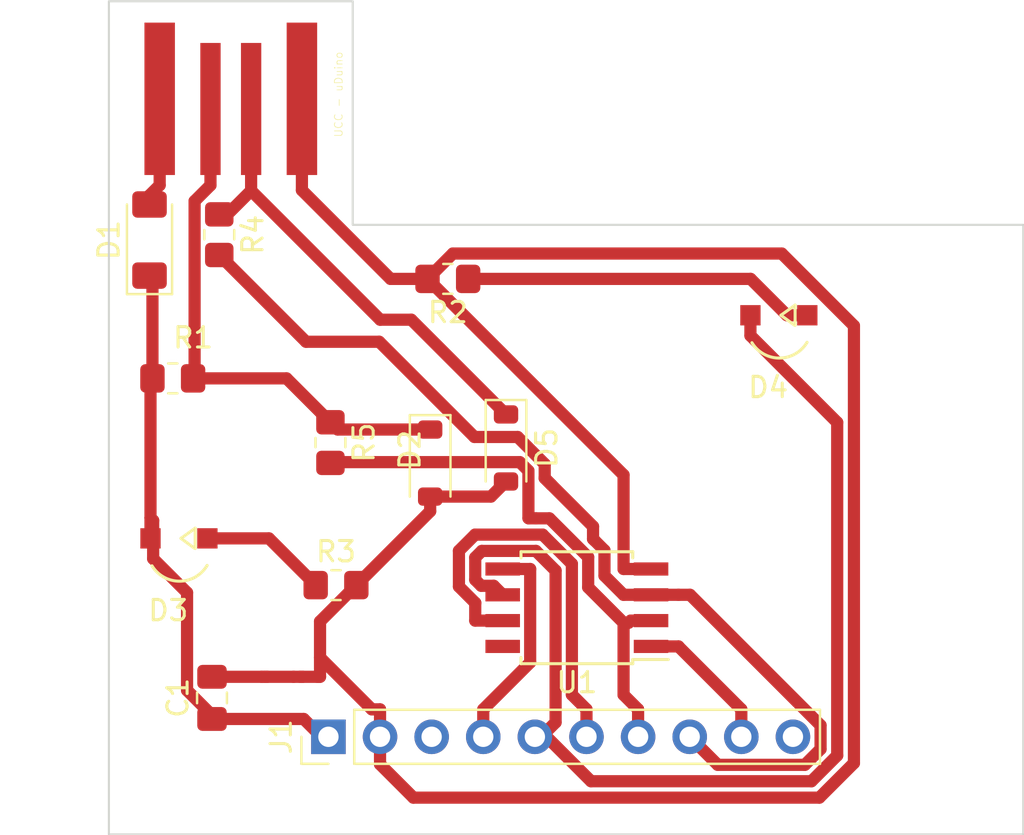
<source format=kicad_pcb>
(kicad_pcb (version 20241229) (generator "pcbnew") (generator_version "9.0")
  (layers (0 "F.Cu" signal) (2 "B.Cu" signal) (13 "F.Paste" user) (15 "B.Paste" user) (5 "F.SilkS" user "F.Silkscreen") (7 "B.SilkS" user "B.Silkscreen") (1 "F.Mask" user) (3 "B.Mask" user) (25 "Edge.Cuts" user))
  (net 0 "")
  (net 1 "GND")
  (net 2 "Net-(D1-A)")
  (net 3 "+5V")
  (net 4 "Net-(D2-K)")
  (net 5 "Net-(D3-K)")
  (net 6 "Net-(D4-K)")
  (net 7 "Net-(D4-A)")
  (net 8 "Net-(D5-K)")
  (net 9 "Net-(J1-Pin_4)")
  (net 10 "Net-(J1-Pin_7)")
  (net 12 "Net-(J1-Pin_6)")
  (net 13 "Net-(J1-Pin_9)")
  (net 14 "Net-(J1-Pin_8)")
  (footprint "Resistor_SMD:R_0805_2012Metric_Pad1.20x1.40mm_HandSolder" (layer "F.Cu") (at 174.6811 117.6616 180)
    (property "Reference" "R2" (at 0 -1.65 0) (layer "F.SilkS"))
    (property "Value" "330 ohms 5% 1/8W")
    (fp_line (start -0.227064 0.735) (end 0.227064 0.735) (stroke (width 0.12)) (layer "F.SilkS"))
    (fp_line (start -0.227064 -0.735) (end 0.227064 -0.735) (stroke (width 0.12)) (layer "F.SilkS"))
    (pad "1" smd roundrect (at -1 0 180) (size 1.2 1.4) (layers "F.Cu" "F.Mask" "F.Paste") (roundrect_rratio 0.208333) (net 6 "Net-(D4-K)"))
    (pad "2" smd roundrect (at 1 0 180) (size 1.2 1.4) (layers "F.Cu" "F.Mask" "F.Paste") (roundrect_rratio 0.208333) (net 1 "GND"))
  )
  (footprint "Package_SO:SOIC-8W_5.3x5.3mm_P1.27mm" (layer "F.Cu") (at 181.0311 133.8434 180)
    (property "Reference" "U1" (at 0 -3.68 0) (layer "F.SilkS"))
    (property "Value" "ATtiny85-20S")
    (fp_line (start 2.75 2.755) (end 2.75 2.455) (stroke (width 0.15)) (layer "F.SilkS"))
    (fp_line (start 2.75 -2.755) (end 2.75 -2.455) (stroke (width 0.15)) (layer "F.SilkS"))
    (fp_line (start -2.75 2.755) (end 2.75 2.755) (stroke (width 0.15)) (layer "F.SilkS"))
    (fp_line (start -2.75 2.755) (end -2.75 2.455) (stroke (width 0.15)) (layer "F.SilkS"))
    (fp_line (start -2.75 -2.55) (end -4.5 -2.55) (stroke (width 0.15)) (layer "F.SilkS"))
    (fp_line (start -2.75 -2.755) (end 2.75 -2.755) (stroke (width 0.15)) (layer "F.SilkS"))
    (fp_line (start -2.75 -2.755) (end -2.75 -2.55) (stroke (width 0.15)) (layer "F.SilkS"))
    (pad "1" smd rect (at -3.65 -1.905 180) (size 1.7 0.65) (layers "F.Cu" "F.Mask" "F.Paste") (net 13 "Net-(J1-Pin_9)"))
    (pad "2" smd rect (at -3.65 -0.635 180) (size 1.7 0.65) (layers "F.Cu" "F.Mask" "F.Paste") (net 10 "Net-(J1-Pin_7)"))
    (pad "3" smd rect (at -3.65 0.635 180) (size 1.7 0.65) (layers "F.Cu" "F.Mask" "F.Paste") (net 14 "Net-(J1-Pin_8)"))
    (pad "4" smd rect (at -3.65 1.905 180) (size 1.7 0.65) (layers "F.Cu" "F.Mask" "F.Paste") (net 1 "GND"))
    (pad "5" smd rect (at 3.65 1.905 180) (size 1.7 0.65) (layers "F.Cu" "F.Mask" "F.Paste") (net 9 "Net-(J1-Pin_4)"))
    (pad "6" smd rect (at 3.65 0.635 180) (size 1.7 0.65) (layers "F.Cu" "F.Mask" "F.Paste") (net 7 "Net-(D4-A)"))
    (pad "7" smd rect (at 3.65 -0.635 180) (size 1.7 0.65) (layers "F.Cu" "F.Mask" "F.Paste") (net 12 "Net-(J1-Pin_6)"))
    (pad "8" smd rect (at 3.65 -1.905 180) (size 1.7 0.65) (layers "F.Cu" "F.Mask" "F.Paste") (net 3 "+5V"))
  )
  (footprint "ledSmd:ledSMD" (layer "F.Cu") (at 161.0483 130.431 180)
    (property "Reference" "D3" (at 0.125 -3.55 0) (layer "F.SilkS"))
    (property "Value" "red led")
    (fp_line (start -0.5 0) (end -1.2 0.5) (stroke (width 0.15)) (layer "F.SilkS"))
    (fp_line (start -1.15 -0.475) (end -0.5 0) (stroke (width 0.15)) (layer "F.SilkS"))
    (fp_line (start -1.2 0.5) (end -1.2 -0.5) (stroke (width 0.15)) (layer "F.SilkS"))
    (fp_arc (start -1.786089 -1.331572) (mid -0.435753 -2.107089) (end 0.924999 -1.349999) (stroke (width 0.15)) (layer "F.SilkS"))
    (pad "1" smd rect (at -1.8 0 180) (size 1 1) (layers "F.Cu" "F.Mask" "F.Paste") (net 5 "Net-(D3-K)"))
    (pad "2" smd rect (at 1 0 180) (size 1 1) (layers "F.Cu" "F.Mask" "F.Paste") (net 3 "+5V"))
  )
  (footprint "embeddedPcbUsb:USB_A_UCC" (layer "F.Cu") (at 164 109 -90)
    (property "Reference" "J2" (hide yes))
    (property "Value" "PCB USB Type A" (hide yes))
    (fp_text user "UCC - uDuino" (at -2.54 -5.08 90) (layer "F.SilkS") (effects (font (size 0.38608 0.38608) (thickness 0.032512)) (justify right top)))
    (pad "1" smd rect (at -0.2 3.5 270) (size 7.5 1.5) (layers "F.Cu" "F.Mask" "F.Paste") (net 2 "Net-(D1-A)"))
    (pad "2" smd rect (at 0.3 1 270) (size 6.5 1) (layers "F.Cu" "F.Mask" "F.Paste") (net 4 "Net-(D2-K)"))
    (pad "3" smd rect (at 0.3 -1 270) (size 6.5 1) (layers "F.Cu" "F.Mask" "F.Paste") (net 8 "Net-(D5-K)"))
    (pad "4" smd rect (at -0.2 -3.5 270) (size 7.5 1.5) (layers "F.Cu" "F.Mask" "F.Paste") (net 1 "GND"))
  )
  (footprint "ledSmd:ledSMD" (layer "F.Cu") (at 190.5718 119.4511 180)
    (property "Reference" "D4" (at 0.125 -3.55 0) (layer "F.SilkS"))
    (property "Value" "led green")
    (fp_line (start -0.5 0) (end -1.2 0.5) (stroke (width 0.15)) (layer "F.SilkS"))
    (fp_line (start -1.15 -0.475) (end -0.5 0) (stroke (width 0.15)) (layer "F.SilkS"))
    (fp_line (start -1.2 0.5) (end -1.2 -0.5) (stroke (width 0.15)) (layer "F.SilkS"))
    (fp_arc (start -1.786089 -1.331572) (mid -0.435753 -2.107089) (end 0.924999 -1.349999) (stroke (width 0.15)) (layer "F.SilkS"))
    (pad "1" smd rect (at -1.8 0 180) (size 1 1) (layers "F.Cu" "F.Mask" "F.Paste") (net 6 "Net-(D4-K)"))
    (pad "2" smd rect (at 1 0 180) (size 1 1) (layers "F.Cu" "F.Mask" "F.Paste") (net 7 "Net-(D4-A)"))
  )
  (footprint "Diode_SMD:D_SOD-123" (layer "F.Cu") (at 177.5444 125.9818 -90)
    (property "Reference" "D5" (at 0 -2 90) (layer "F.SilkS"))
    (property "Value" "3.6V 1/2mW")
    (fp_line (start -2.36 1) (end 1.65 1) (stroke (width 0.12)) (layer "F.SilkS"))
    (fp_line (start -2.36 -1) (end -2.36 1) (stroke (width 0.12)) (layer "F.SilkS"))
    (fp_line (start -2.36 -1) (end 1.65 -1) (stroke (width 0.12)) (layer "F.SilkS"))
    (pad "1" smd roundrect (at -1.65 0 270) (size 0.9 1.2) (layers "F.Cu" "F.Mask" "F.Paste") (net 8 "Net-(D5-K)"))
    (pad "2" smd roundrect (at 1.65 0 270) (size 0.9 1.2) (layers "F.Cu" "F.Mask" "F.Paste") (net 1 "GND"))
  )
  (footprint "Capacitor_SMD:C_0805_2012Metric_Pad1.18x1.45mm_HandSolder" (layer "F.Cu") (at 163.0748 138.2815 90)
    (property "Reference" "C1" (at 0 -1.68 90) (layer "F.SilkS"))
    (property "Value" "0.1 u")
    (fp_line (start -0.261252 -0.735) (end 0.261252 -0.735) (stroke (width 0.12)) (layer "F.SilkS"))
    (fp_line (start -0.261252 0.735) (end 0.261252 0.735) (stroke (width 0.12)) (layer "F.SilkS"))
    (pad "1" smd roundrect (at -1.0375 0 90) (size 1.175 1.45) (layers "F.Cu" "F.Mask" "F.Paste") (roundrect_rratio 0.212766) (net 3 "+5V"))
    (pad "2" smd roundrect (at 1.0375 0 90) (size 1.175 1.45) (layers "F.Cu" "F.Mask" "F.Paste") (roundrect_rratio 0.212766) (net 1 "GND"))
  )
  (footprint "Connector_PinHeader_2.54mm:PinHeader_1x10_P2.54mm_Vertical" (layer "F.Cu") (at 168.8044 140.1967 90)
    (property "Reference" "J1" (at 0 -2.33 90) (layer "F.SilkS"))
    (property "Value" "header")
    (fp_line (start -1.33 -1.33) (end 0 -1.33) (stroke (width 0.12)) (layer "F.SilkS"))
    (fp_line (start -1.33 0) (end -1.33 -1.33) (stroke (width 0.12)) (layer "F.SilkS"))
    (fp_line (start 1.33 1.27) (end 1.33 24.19) (stroke (width 0.12)) (layer "F.SilkS"))
    (fp_line (start -1.33 1.27) (end 1.33 1.27) (stroke (width 0.12)) (layer "F.SilkS"))
    (fp_line (start -1.33 1.27) (end -1.33 24.19) (stroke (width 0.12)) (layer "F.SilkS"))
    (fp_line (start -1.33 24.19) (end 1.33 24.19) (stroke (width 0.12)) (layer "F.SilkS"))
    (pad "1" thru_hole rect (at 0 0 90) (size 1.7 1.7) (drill 1) (layers "*.Cu" "*.Mask") (net 3 "+5V"))
    (pad "2" thru_hole oval (at 0 2.54 90) (size 1.7 1.7) (drill 1) (layers "*.Cu" "*.Mask") (net 1 "GND"))
    (pad "3" thru_hole oval (at 0 5.08 90) (size 1.7 1.7) (drill 1) (layers "*.Cu" "*.Mask"))
    (pad "4" thru_hole oval (at 0 7.62 90) (size 1.7 1.7) (drill 1) (layers "*.Cu" "*.Mask") (net 9 "Net-(J1-Pin_4)"))
    (pad "5" thru_hole oval (at 0 10.16 90) (size 1.7 1.7) (drill 1) (layers "*.Cu" "*.Mask") (net 7 "Net-(D4-A)"))
    (pad "6" thru_hole oval (at 0 12.7 90) (size 1.7 1.7) (drill 1) (layers "*.Cu" "*.Mask") (net 12 "Net-(J1-Pin_6)"))
    (pad "7" thru_hole oval (at 0 15.24 90) (size 1.7 1.7) (drill 1) (layers "*.Cu" "*.Mask") (net 10 "Net-(J1-Pin_7)"))
    (pad "8" thru_hole oval (at 0 17.78 90) (size 1.7 1.7) (drill 1) (layers "*.Cu" "*.Mask") (net 14 "Net-(J1-Pin_8)"))
    (pad "9" thru_hole oval (at 0 20.32 90) (size 1.7 1.7) (drill 1) (layers "*.Cu" "*.Mask") (net 13 "Net-(J1-Pin_9)"))
    (pad "10" thru_hole oval (at 0 22.86 90) (size 1.7 1.7) (drill 1) (layers "*.Cu" "*.Mask"))
  )
  (footprint "Resistor_SMD:R_0805_2012Metric_Pad1.20x1.40mm_HandSolder" (layer "F.Cu") (at 169.1779 132.7318)
    (property "Reference" "R3" (at 0 -1.65 0) (layer "F.SilkS"))
    (property "Value" "330 ohms 5% 1/8W")
    (fp_line (start -0.227064 -0.735) (end 0.227064 -0.735) (stroke (width 0.12)) (layer "F.SilkS"))
    (fp_line (start -0.227064 0.735) (end 0.227064 0.735) (stroke (width 0.12)) (layer "F.SilkS"))
    (pad "1" smd roundrect (at -1 0) (size 1.2 1.4) (layers "F.Cu" "F.Mask" "F.Paste") (roundrect_rratio 0.208333) (net 5 "Net-(D3-K)"))
    (pad "2" smd roundrect (at 1 0) (size 1.2 1.4) (layers "F.Cu" "F.Mask" "F.Paste") (roundrect_rratio 0.208333) (net 1 "GND"))
  )
  (footprint "Diode_SMD:D_MiniMELF" (layer "F.Cu") (at 160 115.75 90)
    (property "Reference" "D1" (at 0 -2 90) (layer "F.SilkS"))
    (property "Value" "PMLL4148L")
    (fp_line (start 1.75 -1.11) (end -2.66 -1.11) (stroke (width 0.12)) (layer "F.SilkS"))
    (fp_line (start -2.66 -1.11) (end -2.66 1.11) (stroke (width 0.12)) (layer "F.SilkS"))
    (fp_line (start -2.66 1.11) (end 1.75 1.11) (stroke (width 0.12)) (layer "F.SilkS"))
    (pad "1" smd roundrect (at -1.75 0 90) (size 1.3 1.7) (layers "F.Cu" "F.Mask" "F.Paste") (roundrect_rratio 0.1923076923) (net 3 "+5V"))
    (pad "2" smd roundrect (at 1.75 0 90) (size 1.3 1.7) (layers "F.Cu" "F.Mask" "F.Paste") (roundrect_rratio 0.1923076923) (net 2 "Net-(D1-A)"))
  )
  (footprint "Resistor_SMD:R_0805_2012Metric_Pad1.20x1.40mm_HandSolder" (layer "F.Cu") (at 168.9035 125.7174 -90)
    (property "Reference" "R5" (at 0 -1.65 90) (layer "F.SilkS"))
    (property "Value" "68 ohms 5% 1/8W")
    (fp_line (start -0.227064 0.735) (end 0.227064 0.735) (stroke (width 0.12)) (layer "F.SilkS"))
    (fp_line (start -0.227064 -0.735) (end 0.227064 -0.735) (stroke (width 0.12)) (layer "F.SilkS"))
    (pad "1" smd roundrect (at -1 0 270) (size 1.2 1.4) (layers "F.Cu" "F.Mask" "F.Paste") (roundrect_rratio 0.208333) (net 4 "Net-(D2-K)"))
    (pad "2" smd roundrect (at 1 0 270) (size 1.2 1.4) (layers "F.Cu" "F.Mask" "F.Paste") (roundrect_rratio 0.208333) (net 10 "Net-(J1-Pin_7)"))
  )
  (footprint "Diode_SMD:D_SOD-123" (layer "F.Cu") (at 173.8119 126.7253 -90)
    (property "Reference" "D2" (at -0.65 1 90) (layer "F.SilkS"))
    (property "Value" "3.6V 1/2mW")
    (fp_line (start -2.36 1) (end 1.65 1) (stroke (width 0.12)) (layer "F.SilkS"))
    (fp_line (start -2.36 -1) (end -2.36 1) (stroke (width 0.12)) (layer "F.SilkS"))
    (fp_line (start -2.36 -1) (end 1.65 -1) (stroke (width 0.12)) (layer "F.SilkS"))
    (pad "1" smd roundrect (at -1.65 0 270) (size 0.9 1.2) (layers "F.Cu" "F.Mask" "F.Paste") (net 4 "Net-(D2-K)"))
    (pad "2" smd roundrect (at 1.65 0 270) (size 0.9 1.2) (layers "F.Cu" "F.Mask" "F.Paste") (net 1 "GND"))
  )
  (footprint "Resistor_SMD:R_0805_2012Metric_Pad1.20x1.40mm_HandSolder" (layer "F.Cu") (at 161.1446 122.5571)
    (property "Reference" "R1" (at 1 -2 0) (layer "F.SilkS"))
    (property "Value" "1.5k ohms 5% 1/8W")
    (fp_line (start -0.227064 -0.735) (end 0.227064 -0.735) (stroke (width 0.12)) (layer "F.SilkS"))
    (fp_line (start -0.227064 0.735) (end 0.227064 0.735) (stroke (width 0.12)) (layer "F.SilkS"))
    (pad "1" smd roundrect (at -1 0) (size 1.2 1.4) (layers "F.Cu" "F.Mask" "F.Paste") (roundrect_rratio 0.208333) (net 3 "+5V"))
    (pad "2" smd roundrect (at 1 0) (size 1.2 1.4) (layers "F.Cu" "F.Mask" "F.Paste") (roundrect_rratio 0.208333) (net 4 "Net-(D2-K)"))
  )
  (footprint "Resistor_SMD:R_0805_2012Metric_Pad1.20x1.40mm_HandSolder" (layer "F.Cu") (at 163.4327 115.4856 -90)
    (property "Reference" "R4" (at 0 -1.65 90) (layer "F.SilkS"))
    (property "Value" "68 ohms 5% 1/8W")
    (fp_line (start -0.227064 0.735) (end 0.227064 0.735) (stroke (width 0.12)) (layer "F.SilkS"))
    (fp_line (start -0.227064 -0.735) (end 0.227064 -0.735) (stroke (width 0.12)) (layer "F.SilkS"))
    (pad "1" smd roundrect (at -1 0 270) (size 1.2 1.4) (layers "F.Cu" "F.Mask" "F.Paste") (roundrect_rratio 0.208333) (net 8 "Net-(D5-K)"))
    (pad "2" smd roundrect (at 1 0 270) (size 1.2 1.4) (layers "F.Cu" "F.Mask" "F.Paste") (roundrect_rratio 0.208333) (net 14 "Net-(J1-Pin_8)"))
  )
  (gr_poly (pts (xy 170 115) (xy 170 104) (xy 158 104) (xy 158 145) (xy 203 145) (xy 203 115)) (stroke (width 0.1)) (fill no) (layer "Edge.Cuts"))
  (segment (start 171.3444 140.1967) (end 171.3444 138.845) (width 0.6) (layer "F.Cu") (net 1))
  (segment (start 192.965 143.191) (end 194.6665 141.4895) (width 0.6) (layer "F.Cu") (net 1))
  (segment (start 173.8119 129.0978) (end 173.8119 128.3753) (width 0.6) (layer "F.Cu") (net 1))
  (segment (start 171.3444 140.7949) (end 171.3444 140.4958) (width 0.6) (layer "F.Cu") (net 1))
  (segment (start 171.3444 141.5484) (end 172.987 143.191) (width 0.6) (layer "F.Cu") (net 1))
  (segment (start 168.3917 136.2962) (end 168.3917 134.518) (width 0.6) (layer "F.Cu") (net 1))
  (segment (start 174.9296 116.4131) (end 173.6811 117.6616) (width 0.6) (layer "F.Cu") (net 1))
  (segment (start 173.8119 128.3753) (end 176.8009 128.3753) (width 0.6) (layer "F.Cu") (net 1))
  (segment (start 184.5838 131.9384) (end 184.6811 131.9384) (width 0.6) (layer "F.Cu") (net 1))
  (segment (start 171.3444 140.1968) (end 171.3444 140.1967) (width 0.6) (layer "F.Cu") (net 1))
  (segment (start 173.6811 117.6616) (end 171.862 117.6616) (width 0.6) (layer "F.Cu") (net 1))
  (segment (start 171.862 117.6616) (end 167.5 113.2996) (width 0.6) (layer "F.Cu") (net 1))
  (segment (start 194.6665 141.4895) (end 194.6665 119.9671) (width 0.6) (layer "F.Cu") (net 1))
  (segment (start 167.5402 137.244) (end 167.416 137.244) (width 0.6) (layer "F.Cu") (net 1))
  (segment (start 176.8009 128.3753) (end 177.5444 127.6318) (width 0.6) (layer "F.Cu") (net 1))
  (segment (start 194.6665 119.9671) (end 191.1125 116.4131) (width 0.6) (layer "F.Cu") (net 1))
  (segment (start 191.1125 116.4131) (end 174.9296 116.4131) (width 0.6) (layer "F.Cu") (net 1))
  (segment (start 165.5203 137.244) (end 165.6657 137.244) (width 0.6) (layer "F.Cu") (net 1))
  (segment (start 168.2613 137.244) (end 167.5402 137.244) (width 0.6) (layer "F.Cu") (net 1))
  (segment (start 163.0748 137.244) (end 165.5203 137.244) (width 0.6) (layer "F.Cu") (net 1))
  (segment (start 172.987 143.191) (end 192.965 143.191) (width 0.6) (layer "F.Cu") (net 1))
  (segment (start 171.3444 140.3462) (end 171.3444 140.2714) (width 0.6) (layer "F.Cu") (net 1))
  (segment (start 171.3444 140.7949) (end 171.3444 141.5484) (width 0.6) (layer "F.Cu") (net 1))
  (segment (start 170.1779 132.7318) (end 173.8119 129.0978) (width 0.6) (layer "F.Cu") (net 1))
  (segment (start 184.5838 131.9384) (end 183.3294 131.9384) (width 0.6) (layer "F.Cu") (net 1))
  (segment (start 170.9405 138.845) (end 171.3444 138.845) (width 0.6) (layer "F.Cu") (net 1))
  (segment (start 183.3294 127.3099) (end 173.6811 117.6616) (width 0.6) (layer "F.Cu") (net 1))
  (segment (start 168.3917 134.518) (end 170.1779 132.7318) (width 0.6) (layer "F.Cu") (net 1))
  (segment (start 171.3444 140.4958) (end 171.3444 140.3462) (width 0.6) (layer "F.Cu") (net 1))
  (segment (start 168.3917 136.2962) (end 170.9405 138.845) (width 0.6) (layer "F.Cu") (net 1))
  (segment (start 171.3444 140.2714) (end 171.3444 140.1968) (width 0.6) (layer "F.Cu") (net 1))
  (segment (start 167.0908 137.244) (end 165.7899 137.244) (width 0.6) (layer "F.Cu") (net 1))
  (segment (start 183.3294 131.9384) (end 183.3294 127.3099) (width 0.6) (layer "F.Cu") (net 1))
  (segment (start 168.3917 137.244) (end 168.2613 137.244) (width 0.6) (layer "F.Cu") (net 1))
  (segment (start 167.5 113.2996) (end 167.5 108.8) (width 0.6) (layer "F.Cu") (net 1))
  (segment (start 165.7899 137.244) (end 165.6657 137.244) (width 0.6) (layer "F.Cu") (net 1))
  (segment (start 167.0908 137.244) (end 167.416 137.244) (width 0.6) (layer "F.Cu") (net 1))
  (segment (start 168.3917 137.244) (end 168.3917 136.2962) (width 0.6) (layer "F.Cu") (net 1))
  (segment (start 160 113.5517) (end 160 114) (width 0.6) (layer "F.Cu") (net 2))
  (segment (start 160.5 113.0517) (end 160 113.5517) (width 0.6) (layer "F.Cu") (net 2))
  (segment (start 160.5 108.8) (end 160.5 113.0517) (width 0.6) (layer "F.Cu") (net 2))
  (segment (start 160.1446 117.6446) (end 160 117.5) (width 0.6) (layer "F.Cu") (net 3))
  (segment (start 167.5888 139.319) (end 168.4665 140.1967) (width 0.6) (layer "F.Cu") (net 3))
  (segment (start 163.0748 139.319) (end 163.3726 139.319) (width 0.6) (layer "F.Cu") (net 3))
  (segment (start 163.3726 139.319) (end 167.5888 139.319) (width 0.6) (layer "F.Cu") (net 3))
  (segment (start 160.1792 129.5508) (end 160.1792 131.4312) (width 0.6) (layer "F.Cu") (net 3))
  (segment (start 168.8044 140.1967) (end 168.4665 140.1967) (width 0.6) (layer "F.Cu") (net 3))
  (segment (start 160.0483 129.42) (end 160.0484 129.42) (width 0.6) (layer "F.Cu") (net 3))
  (segment (start 160.0484 122.6533) (end 160.0484 129.42) (width 0.6) (layer "F.Cu") (net 3))
  (segment (start 161.8471 133.0991) (end 161.8471 137.9087) (width 0.6) (layer "F.Cu") (net 3))
  (segment (start 160.1792 131.4312) (end 161.8471 133.0991) (width 0.6) (layer "F.Cu") (net 3))
  (segment (start 163.2574 139.319) (end 163.3726 139.319) (width 0.6) (layer "F.Cu") (net 3))
  (segment (start 160.0483 130.431) (end 160.0483 129.42) (width 0.6) (layer "F.Cu") (net 3))
  (segment (start 160.1446 122.5571) (end 160.0484 122.6533) (width 0.6) (layer "F.Cu") (net 3))
  (segment (start 160.1446 122.5571) (end 160.1446 117.6446) (width 0.6) (layer "F.Cu") (net 3))
  (segment (start 161.8471 137.9087) (end 163.2574 139.319) (width 0.6) (layer "F.Cu") (net 3))
  (segment (start 160.0484 129.42) (end 160.1792 129.5508) (width 0.6) (layer "F.Cu") (net 3))
  (segment (start 162.1446 122.5571) (end 162.2189 122.5571) (width 0.6) (layer "F.Cu") (net 4))
  (segment (start 166.7432 122.5571) (end 168.9035 124.7174) (width 0.6) (layer "F.Cu") (net 4))
  (segment (start 162.2189 122.5571) (end 166.7432 122.5571) (width 0.6) (layer "F.Cu") (net 4))
  (segment (start 173.8119 125.0753) (end 169.2614 125.0753) (width 0.6) (layer "F.Cu") (net 4))
  (segment (start 169.2614 125.0753) (end 168.9035 124.7174) (width 0.6) (layer "F.Cu") (net 4))
  (segment (start 163 109.3) (end 163 113.0517) (width 0.6) (layer "F.Cu") (net 4))
  (segment (start 162.2189 113.8328) (end 163 113.0517) (width 0.6) (layer "F.Cu") (net 4))
  (segment (start 162.2189 122.5571) (end 162.2189 113.8328) (width 0.6) (layer "F.Cu") (net 4))
  (segment (start 162.8483 130.431) (end 165.8771 130.431) (width 0.6) (layer "F.Cu") (net 5))
  (segment (start 165.8771 130.431) (end 168.1779 132.7318) (width 0.6) (layer "F.Cu") (net 5))
  (segment (start 192.3718 119.4511) (end 191.3701 119.4511) (width 0.6) (layer "F.Cu") (net 6))
  (segment (start 189.5806 117.6616) (end 175.6811 117.6616) (width 0.6) (layer "F.Cu") (net 6))
  (segment (start 191.3701 119.4511) (end 189.5806 117.6616) (width 0.6) (layer "F.Cu") (net 6))
  (segment (start 179.2744 140.1967) (end 178.9644 140.1967) (width 0.6) (layer "F.Cu") (net 7))
  (segment (start 176.0294 132.4713) (end 176.3232 132.7651) (width 0.6) (layer "F.Cu") (net 7))
  (segment (start 179.0146 131.0484) (end 176.3541 131.0484) (width 0.6) (layer "F.Cu") (net 7))
  (segment (start 179.4075 140.0636) (end 179.9844 139.4867) (width 0.6) (layer "F.Cu") (net 7))
  (segment (start 181.7273 142.3834) (end 179.4075 140.0636) (width 0.6) (layer "F.Cu") (net 7))
  (segment (start 192.576 142.3834) (end 181.7273 142.3834) (width 0.6) (layer "F.Cu") (net 7))
  (segment (start 193.8424 141.117) (end 192.576 142.3834) (width 0.6) (layer "F.Cu") (net 7))
  (segment (start 193.8424 124.7234) (end 193.8424 141.117) (width 0.6) (layer "F.Cu") (net 7))
  (segment (start 179.2744 140.1967) (end 179.4075 140.0636) (width 0.6) (layer "F.Cu") (net 7))
  (segment (start 179.9844 139.4867) (end 179.9844 132.0182) (width 0.6) (layer "F.Cu") (net 7))
  (segment (start 179.9844 132.0182) (end 179.0146 131.0484) (width 0.6) (layer "F.Cu") (net 7))
  (segment (start 176.3541 131.0484) (end 176.0294 131.3731) (width 0.6) (layer "F.Cu") (net 7))
  (segment (start 176.9378 132.7651) (end 177.3811 133.2084) (width 0.6) (layer "F.Cu") (net 7))
  (segment (start 189.5718 119.4511) (end 189.5718 120.4528) (width 0.6) (layer "F.Cu") (net 7))
  (segment (start 176.0294 131.3731) (end 176.0294 132.4713) (width 0.6) (layer "F.Cu") (net 7))
  (segment (start 176.3232 132.7651) (end 176.9378 132.7651) (width 0.6) (layer "F.Cu") (net 7))
  (segment (start 189.5718 120.4528) (end 193.8424 124.7234) (width 0.6) (layer "F.Cu") (net 7))
  (segment (start 171.3517 119.6708) (end 165 113.3191) (width 0.6) (layer "F.Cu") (net 8))
  (segment (start 177.5444 124.3318) (end 172.8834 119.6708) (width 0.6) (layer "F.Cu") (net 8))
  (segment (start 165 109.3) (end 165 113.3191) (width 0.6) (layer "F.Cu") (net 8))
  (segment (start 163.8335 114.4856) (end 163.4327 114.4856) (width 0.6) (layer "F.Cu") (net 8))
  (segment (start 172.8834 119.6708) (end 171.3517 119.6708) (width 0.6) (layer "F.Cu") (net 8))
  (segment (start 165 113.3191) (end 163.8335 114.4856) (width 0.6) (layer "F.Cu") (net 8))
  (segment (start 178.7328 131.9384) (end 178.7328 136.5366) (width 0.6) (layer "F.Cu") (net 9))
  (segment (start 177.3811 131.9384) (end 178.7328 131.9384) (width 0.6) (layer "F.Cu") (net 9))
  (segment (start 176.4244 140.1967) (end 176.4244 138.845) (width 0.6) (layer "F.Cu") (net 9))
  (segment (start 178.7328 136.5366) (end 176.4244 138.845) (width 0.6) (layer "F.Cu") (net 9))
  (segment (start 181.5878 132.8437) (end 181.5878 131.354) (width 0.6) (layer "F.Cu") (net 10))
  (segment (start 178.647 127.1054) (end 178.2208 126.6792) (width 0.6) (layer "F.Cu") (net 10))
  (segment (start 178.647 129.4333) (end 178.647 127.1054) (width 0.6) (layer "F.Cu") (net 10))
  (segment (start 183.3294 138.13) (end 184.0444 138.845) (width 0.6) (layer "F.Cu") (net 10))
  (segment (start 179.0146 129.445) (end 178.6587 129.445) (width 0.6) (layer "F.Cu") (net 10))
  (segment (start 184.6811 134.4784) (end 183.6816 134.4784) (width 0.6) (layer "F.Cu") (net 10))
  (segment (start 178.2208 126.6792) (end 168.9417 126.6792) (width 0.6) (layer "F.Cu") (net 10))
  (segment (start 183.3294 134.5853) (end 183.3294 138.13) (width 0.6) (layer "F.Cu") (net 10))
  (segment (start 183.6816 134.4784) (end 183.5747 134.5853) (width 0.6) (layer "F.Cu") (net 10))
  (segment (start 178.6587 129.445) (end 178.647 129.4333) (width 0.6) (layer "F.Cu") (net 10))
  (segment (start 183.5747 134.5853) (end 183.3294 134.5853) (width 0.6) (layer "F.Cu") (net 10))
  (segment (start 184.0444 140.1967) (end 184.0444 138.845) (width 0.6) (layer "F.Cu") (net 10))
  (segment (start 179.6788 129.445) (end 179.0146 129.445) (width 0.6) (layer "F.Cu") (net 10))
  (segment (start 168.9417 126.6792) (end 168.9035 126.7174) (width 0.6) (layer "F.Cu") (net 10))
  (segment (start 181.5878 131.354) (end 179.6788 129.445) (width 0.6) (layer "F.Cu") (net 10))
  (segment (start 183.3294 134.5853) (end 181.5878 132.8437) (width 0.6) (layer "F.Cu") (net 10))
  (segment (start 181.5044 140.1967) (end 181.5044 138.845) (width 0.6) (layer "F.Cu") (net 12))
  (segment (start 181.5044 138.845) (end 180.7861 138.1267) (width 0.6) (layer "F.Cu") (net 12))
  (segment (start 176.022 130.2467) (end 175.2277 131.041) (width 0.6) (layer "F.Cu") (net 12))
  (segment (start 176.0294 133.605) (end 176.0294 134.4784) (width 0.6) (layer "F.Cu") (net 12))
  (segment (start 179.3467 130.2467) (end 176.022 130.2467) (width 0.6) (layer "F.Cu") (net 12))
  (segment (start 175.2277 131.041) (end 175.2277 132.8034) (width 0.6) (layer "F.Cu") (net 12))
  (segment (start 180.7861 131.6861) (end 179.3467 130.2467) (width 0.6) (layer "F.Cu") (net 12))
  (segment (start 180.7861 138.1267) (end 180.7861 131.6861) (width 0.6) (layer "F.Cu") (net 12))
  (segment (start 176.0293 133.605) (end 176.0294 133.605) (width 0.6) (layer "F.Cu") (net 12))
  (segment (start 177.3811 134.4784) (end 176.0294 134.4784) (width 0.6) (layer "F.Cu") (net 12))
  (segment (start 175.2277 132.8034) (end 176.0293 133.605) (width 0.6) (layer "F.Cu") (net 12))
  (segment (start 189.1244 140.1967) (end 189.1244 138.845) (width 0.6) (layer "F.Cu") (net 13))
  (segment (start 186.0328 135.7484) (end 186.0328 135.7534) (width 0.6) (layer "F.Cu") (net 13))
  (segment (start 186.0328 135.7534) (end 189.1244 138.845) (width 0.6) (layer "F.Cu") (net 13))
  (segment (start 184.6811 135.7484) (end 186.0328 135.7484) (width 0.6) (layer "F.Cu") (net 13))
  (segment (start 181.8268 130.4592) (end 181.8268 129.8444) (width 0.6) (layer "F.Cu") (net 14))
  (segment (start 167.7026 120.7555) (end 163.4327 116.4856) (width 0.6) (layer "F.Cu") (net 14))
  (segment (start 171.3047 120.7555) (end 167.7026 120.7555) (width 0.6) (layer "F.Cu") (net 14))
  (segment (start 186.0328 133.2084) (end 186.6004 133.2084) (width 0.6) (layer "F.Cu") (net 14))
  (segment (start 193.0236 140.802) (end 192.2501 141.5755) (width 0.6) (layer "F.Cu") (net 14))
  (segment (start 182.3895 132.2685) (end 182.3895 131.0219) (width 0.6) (layer "F.Cu") (net 14))
  (segment (start 181.871 130.5034) (end 181.8268 130.4592) (width 0.6) (layer "F.Cu") (net 14))
  (segment (start 187.9632 141.5755) (end 186.5844 140.1967) (width 0.6) (layer "F.Cu") (net 14))
  (segment (start 179.4487 126.7733) (end 178.1168 125.4414) (width 0.6) (layer "F.Cu") (net 14))
  (segment (start 182.3895 131.0219) (end 181.9199 130.5523) (width 0.6) (layer "F.Cu") (net 14))
  (segment (start 185.3504 133.2084) (end 186.0328 133.2084) (width 0.6) (layer "F.Cu") (net 14))
  (segment (start 192.2501 141.5755) (end 187.9632 141.5755) (width 0.6) (layer "F.Cu") (net 14))
  (segment (start 178.1168 125.4414) (end 175.9906 125.4414) (width 0.6) (layer "F.Cu") (net 14))
  (segment (start 175.9906 125.4414) (end 171.3047 120.7555) (width 0.6) (layer "F.Cu") (net 14))
  (segment (start 185.3504 133.2084) (end 184.6811 133.2084) (width 0.6) (layer "F.Cu") (net 14))
  (segment (start 186.6004 133.2084) (end 193.0236 139.6316) (width 0.6) (layer "F.Cu") (net 14))
  (segment (start 179.4487 127.4663) (end 179.4487 126.7733) (width 0.6) (layer "F.Cu") (net 14))
  (segment (start 193.0236 139.6316) (end 193.0236 140.802) (width 0.6) (layer "F.Cu") (net 14))
  (segment (start 181.871 130.5034) (end 181.8268 130.4592) (width 0.6) (layer "F.Cu") (net 14))
  (segment (start 181.9199 130.5523) (end 181.871 130.5034) (width 0.6) (layer "F.Cu") (net 14))
  (segment (start 179.7808 127.7984) (end 179.4487 127.4663) (width 0.6) (layer "F.Cu") (net 14))
  (segment (start 181.8268 129.8444) (end 179.7808 127.7984) (width 0.6) (layer "F.Cu") (net 14))
  (segment (start 179.7808 127.7984) (end 179.4487 127.4663) (width 0.6) (layer "F.Cu") (net 14))
  (segment (start 184.6811 133.2084) (end 183.3294 133.2084) (width 0.6) (layer "F.Cu") (net 14))
  (segment (start 183.3294 133.2084) (end 182.3895 132.2685) (width 0.6) (layer "F.Cu") (net 14))
)
</source>
